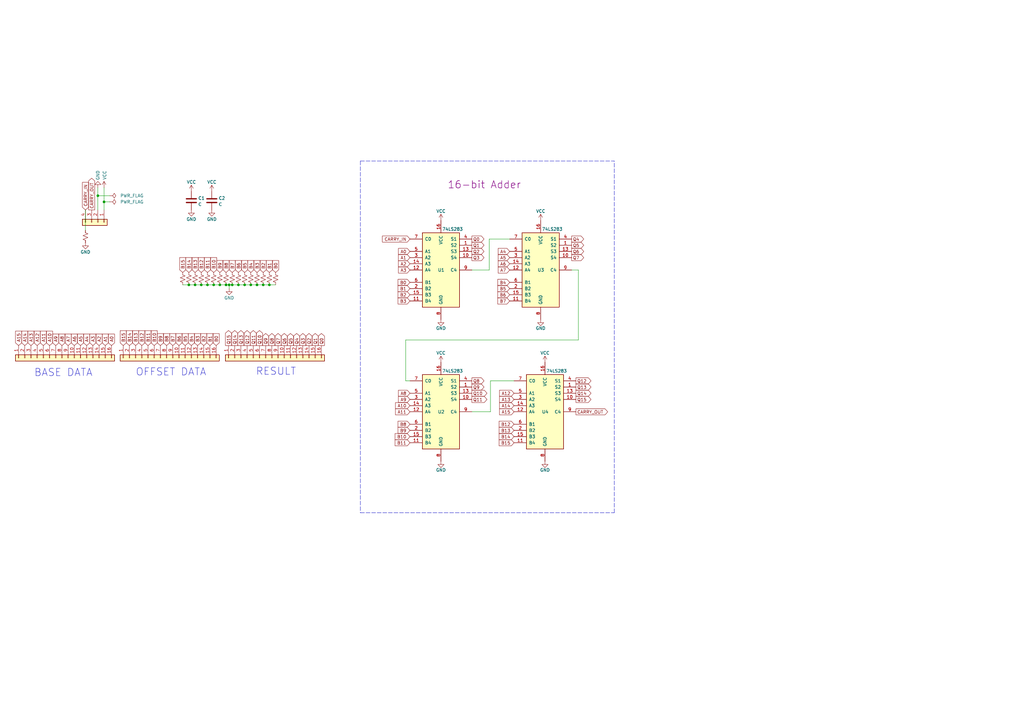
<source format=kicad_sch>
(kicad_sch (version 20211123) (generator eeschema)
  (paper "A3")
  (lib_symbols
    (symbol "74xx:74LS283" (pin_names (offset 1.016))
      (property "Reference" "U" (at -7.62 16.51 0))
      (property "Value" "74LS283" (at -7.62 -16.51 0))
      (symbol "74LS283_1_0"
        (pin output line (at 12.7 10.16 180) (length 5.08) (name "S2") (number "1"))
        (pin output line (at 12.7 5.08 180) (length 5.08) (name "S4") (number "10"))
        (pin input line (at -12.7 -12.7 0) (length 5.08) (name "B4") (number "11"))
        (pin input line (at -12.7 0 0) (length 5.08) (name "A4") (number "12"))
        (pin output line (at 12.7 7.62 180) (length 5.08) (name "S3") (number "13"))
        (pin input line (at -12.7 2.54 0) (length 5.08) (name "A3") (number "14"))
        (pin input line (at -12.7 -10.16 0) (length 5.08) (name "B3") (number "15"))
        (pin power_in line (at 0 20.32 270) (length 5.08) (name "VCC") (number "16"))
        (pin input line (at -12.7 -7.62 0) (length 5.08) (name "B2") (number "2"))
        (pin input line (at -12.7 5.08 0) (length 5.08) (name "A2") (number "3"))
        (pin output line (at 12.7 12.7 180) (length 5.08) (name "S1") (number "4"))
        (pin input line (at -12.7 7.62 0) (length 5.08) (name "A1") (number "5"))
        (pin input line (at -12.7 -5.08 0) (length 5.08) (name "B1") (number "6"))
        (pin input line (at -12.7 12.7 0) (length 5.08) (name "C0") (number "7"))
        (pin power_in line (at 0 -20.32 90) (length 5.08) (name "GND") (number "8"))
        (pin output line (at 12.7 0 180) (length 5.08) (name "C4") (number "9"))
      )
      (symbol "74LS283_1_1"
        (rectangle (start -7.62 15.24) (end 7.62 -15.24) (stroke (width 0.254)) (fill (type background)))
      )
    )
    (symbol "Connector_Generic:Conn_01x04" (pin_names (offset 1.016) hide)
      (property "Reference" "J" (at 0 5.08 0))
      (property "Value" "Conn_01x04" (at 0 -7.62 0))
      (symbol "Conn_01x04_1_1"
        (rectangle (start -1.27 -4.953) (end 0 -5.207) (stroke (width 0.1524)))
        (rectangle (start -1.27 -2.413) (end 0 -2.667) (stroke (width 0.1524)))
        (rectangle (start -1.27 0.127) (end 0 -0.127) (stroke (width 0.1524)))
        (rectangle (start -1.27 2.667) (end 0 2.413) (stroke (width 0.1524)))
        (rectangle (start -1.27 3.81) (end 1.27 -6.35) (stroke (width 0.254)) (fill (type background)))
        (pin passive line (at -5.08 2.54 0) (length 3.81) (name "Pin_1") (number "1"))
        (pin passive line (at -5.08 0 0) (length 3.81) (name "Pin_2") (number "2"))
        (pin passive line (at -5.08 -2.54 0) (length 3.81) (name "Pin_3") (number "3"))
        (pin passive line (at -5.08 -5.08 0) (length 3.81) (name "Pin_4") (number "4"))
      )
    )
    (symbol "Connector_Generic:Conn_01x16" (pin_names (offset 1.016) hide)
      (property "Reference" "J" (at 0 20.32 0))
      (property "Value" "Conn_01x16" (at 0 -22.86 0))
      (symbol "Conn_01x16_1_1"
        (rectangle (start -1.27 -20.193) (end 0 -20.447) (stroke (width 0.1524)))
        (rectangle (start -1.27 -17.653) (end 0 -17.907) (stroke (width 0.1524)))
        (rectangle (start -1.27 -15.113) (end 0 -15.367) (stroke (width 0.1524)))
        (rectangle (start -1.27 -12.573) (end 0 -12.827) (stroke (width 0.1524)))
        (rectangle (start -1.27 -10.033) (end 0 -10.287) (stroke (width 0.1524)))
        (rectangle (start -1.27 -7.493) (end 0 -7.747) (stroke (width 0.1524)))
        (rectangle (start -1.27 -4.953) (end 0 -5.207) (stroke (width 0.1524)))
        (rectangle (start -1.27 -2.413) (end 0 -2.667) (stroke (width 0.1524)))
        (rectangle (start -1.27 0.127) (end 0 -0.127) (stroke (width 0.1524)))
        (rectangle (start -1.27 2.667) (end 0 2.413) (stroke (width 0.1524)))
        (rectangle (start -1.27 5.207) (end 0 4.953) (stroke (width 0.1524)))
        (rectangle (start -1.27 7.747) (end 0 7.493) (stroke (width 0.1524)))
        (rectangle (start -1.27 10.287) (end 0 10.033) (stroke (width 0.1524)))
        (rectangle (start -1.27 12.827) (end 0 12.573) (stroke (width 0.1524)))
        (rectangle (start -1.27 15.367) (end 0 15.113) (stroke (width 0.1524)))
        (rectangle (start -1.27 17.907) (end 0 17.653) (stroke (width 0.1524)))
        (rectangle (start -1.27 19.05) (end 1.27 -21.59) (stroke (width 0.254)) (fill (type background)))
        (pin passive line (at -5.08 17.78 0) (length 3.81) (name "Pin_1") (number "1"))
        (pin passive line (at -5.08 -5.08 0) (length 3.81) (name "Pin_10") (number "10"))
        (pin passive line (at -5.08 -7.62 0) (length 3.81) (name "Pin_11") (number "11"))
        (pin passive line (at -5.08 -10.16 0) (length 3.81) (name "Pin_12") (number "12"))
        (pin passive line (at -5.08 -12.7 0) (length 3.81) (name "Pin_13") (number "13"))
        (pin passive line (at -5.08 -15.24 0) (length 3.81) (name "Pin_14") (number "14"))
        (pin passive line (at -5.08 -17.78 0) (length 3.81) (name "Pin_15") (number "15"))
        (pin passive line (at -5.08 -20.32 0) (length 3.81) (name "Pin_16") (number "16"))
        (pin passive line (at -5.08 15.24 0) (length 3.81) (name "Pin_2") (number "2"))
        (pin passive line (at -5.08 12.7 0) (length 3.81) (name "Pin_3") (number "3"))
        (pin passive line (at -5.08 10.16 0) (length 3.81) (name "Pin_4") (number "4"))
        (pin passive line (at -5.08 7.62 0) (length 3.81) (name "Pin_5") (number "5"))
        (pin passive line (at -5.08 5.08 0) (length 3.81) (name "Pin_6") (number "6"))
        (pin passive line (at -5.08 2.54 0) (length 3.81) (name "Pin_7") (number "7"))
        (pin passive line (at -5.08 0 0) (length 3.81) (name "Pin_8") (number "8"))
        (pin passive line (at -5.08 -2.54 0) (length 3.81) (name "Pin_9") (number "9"))
      )
    )
    (symbol "Device:C" (pin_numbers hide) (pin_names (offset 0.254))
      (property "Reference" "C" (at 0.635 2.54 0))
      (property "Value" "C" (at 0.635 -2.54 0))
      (symbol "C_0_1"
        (polyline (pts (xy -2.032 -0.762) (xy 2.032 -0.762)) (stroke (width 0.508)))
        (polyline (pts (xy -2.032 0.762) (xy 2.032 0.762)) (stroke (width 0.508)))
      )
      (symbol "C_1_1"
        (pin passive line (at 0 3.81 270) (length 2.794) (name "~") (number "1"))
        (pin passive line (at 0 -3.81 90) (length 2.794) (name "~") (number "2"))
      )
    )
    (symbol "Device:R_Small_US" (pin_numbers hide) (pin_names (offset 0.254) hide)
      (property "Reference" "R" (at 0.762 0.508 0))
      (property "Value" "R_Small_US" (at 0.762 -1.016 0))
      (symbol "R_Small_US_1_1"
        (polyline (pts (xy 0 0) (xy 1.016 -0.381) (xy 0 -0.762) (xy -1.016 -1.143) (xy 0 -1.524)))
        (polyline (pts (xy 0 1.524) (xy 1.016 1.143) (xy 0 0.762) (xy -1.016 0.381) (xy 0 0)))
        (pin passive line (at 0 2.54 270) (length 1.016) (name "~") (number "1"))
        (pin passive line (at 0 -2.54 90) (length 1.016) (name "~") (number "2"))
      )
    )
    (symbol "power:GND" (power) (pin_names (offset 0))
      (property "Value" "GND" (at 0 -3.81 0))
      (symbol "GND_0_1"
        (polyline (pts (xy 0 0) (xy 0 -1.27) (xy 1.27 -1.27) (xy 0 -2.54) (xy -1.27 -1.27) (xy 0 -1.27)))
      )
      (symbol "GND_1_1"
        (pin power_in line (at 0 0 270) (length 0) hide (name "GND") (number "1"))
      )
    )
    (symbol "power:PWR_FLAG" (power) (pin_numbers hide) (pin_names (offset 0) hide)
      (property "Value" "PWR_FLAG" (at 0 3.81 0))
      (symbol "PWR_FLAG_0_0"
        (pin power_out line (at 0 0 90) (length 0) (name "pwr") (number "1"))
      )
      (symbol "PWR_FLAG_0_1"
        (polyline (pts (xy 0 0) (xy 0 1.27) (xy -1.016 1.905) (xy 0 2.54) (xy 1.016 1.905) (xy 0 1.27)))
      )
    )
    (symbol "power:VCC" (power) (pin_names (offset 0))
      (property "Value" "VCC" (at 0 3.81 0))
      (symbol "VCC_0_1"
        (polyline (pts (xy -0.762 1.27) (xy 0 2.54)))
        (polyline (pts (xy 0 0) (xy 0 2.54)))
        (polyline (pts (xy 0 2.54) (xy 0.762 1.27)))
      )
      (symbol "VCC_1_1"
        (pin power_in line (at 0 0 90) (length 0) hide (name "VCC") (number "1"))
      )
    )
  )
  (junction (at 42.672 82.804))
  (junction (at 107.95 116.84))
  (junction (at 92.71 116.84))
  (junction (at 40.132 80.264))
  (junction (at 110.49 116.84))
  (junction (at 102.87 116.84))
  (junction (at 85.09 116.84))
  (junction (at 93.98 116.84))
  (junction (at 87.63 116.84))
  (junction (at 90.17 116.84))
  (junction (at 82.55 116.84))
  (junction (at 100.33 116.84))
  (junction (at 80.01 116.84))
  (junction (at 97.79 116.84))
  (junction (at 77.47 116.84))
  (junction (at 105.41 116.84))
  (junction (at 95.25 116.84))
  (wire (pts (xy 77.47 116.84) (xy 80.01 116.84)))
  (wire (pts (xy 80.01 116.84) (xy 82.55 116.84)))
  (polyline (pts (xy 147.828 210.312) (xy 251.968 210.312)))
  (wire (pts (xy 100.33 116.84) (xy 102.87 116.84)))
  (wire (pts (xy 92.71 116.84) (xy 93.98 116.84)))
  (wire (pts (xy 200.66 98.044) (xy 209.042 98.044)))
  (polyline (pts (xy 251.968 210.312) (xy 251.968 66.04)))
  (wire (pts (xy 95.25 116.84) (xy 97.79 116.84)))
  (wire (pts (xy 193.548 110.744) (xy 200.66 110.744)))
  (wire (pts (xy 44.958 80.264) (xy 40.132 80.264)))
  (wire (pts (xy 74.93 116.84) (xy 77.47 116.84)))
  (wire (pts (xy 40.132 80.264) (xy 40.132 76.962)))
  (wire (pts (xy 85.09 116.84) (xy 87.63 116.84)))
  (wire (pts (xy 93.98 116.84) (xy 93.98 118.364)))
  (wire (pts (xy 40.132 86.106) (xy 40.132 80.264)))
  (wire (pts (xy 93.98 116.84) (xy 95.25 116.84)))
  (wire (pts (xy 90.17 116.84) (xy 92.71 116.84)))
  (wire (pts (xy 44.958 82.804) (xy 42.672 82.804)))
  (wire (pts (xy 102.87 116.84) (xy 105.41 116.84)))
  (wire (pts (xy 200.66 98.044) (xy 200.66 110.744)))
  (wire (pts (xy 42.672 82.804) (xy 42.672 86.106)))
  (wire (pts (xy 107.95 116.84) (xy 110.49 116.84)))
  (wire (pts (xy 201.168 168.91) (xy 201.168 156.21)))
  (polyline (pts (xy 147.828 66.04) (xy 147.828 210.312)))
  (wire (pts (xy 97.79 116.84) (xy 100.33 116.84)))
  (wire (pts (xy 166.37 156.21) (xy 168.148 156.21)))
  (wire (pts (xy 166.37 139.446) (xy 237.236 139.446)))
  (wire (pts (xy 87.63 116.84) (xy 90.17 116.84)))
  (wire (pts (xy 35.052 86.106) (xy 35.052 94.488)))
  (wire (pts (xy 166.37 139.446) (xy 166.37 156.21)))
  (wire (pts (xy 201.168 156.21) (xy 210.82 156.21)))
  (wire (pts (xy 42.672 76.962) (xy 42.672 82.804)))
  (wire (pts (xy 237.236 110.744) (xy 237.236 139.446)))
  (wire (pts (xy 105.41 116.84) (xy 107.95 116.84)))
  (wire (pts (xy 110.49 116.84) (xy 113.03 116.84)))
  (wire (pts (xy 193.548 168.91) (xy 201.168 168.91)))
  (polyline (pts (xy 147.828 66.04) (xy 251.968 66.04)))
  (wire (pts (xy 82.55 116.84) (xy 85.09 116.84)))
  (wire (pts (xy 234.442 110.744) (xy 237.236 110.744)))
  (text "BASE DATA" (at 13.97 154.686 0) (effects (font (size 3 3)) (justify left bottom)))
  (text "RESULT" (at 104.902 154.178 0) (effects (font (size 3 3)) (justify left bottom)))
  (text "OFFSET DATA" (at 55.626 154.432 0) (effects (font (size 3 3)) (justify left bottom)))
  (global_label "B3" (shape input) (at 105.41 111.76 90) (property "Intersheet References" "${INTERSHEET_REFS}" (effects hide)))
  (global_label "Q15" (shape output) (at 93.726 141.732 90) (property "Intersheet References" "${INTERSHEET_REFS}" (effects hide)))
  (global_label "A13" (shape input) (at 12.7 141.732 90) (property "Intersheet References" "${INTERSHEET_REFS}" (effects hide)))
  (global_label "B2" (shape input) (at 83.566 141.732 90) (property "Intersheet References" "${INTERSHEET_REFS}" (effects hide)))
  (global_label "Q11" (shape output) (at 193.548 163.83 0) (property "Intersheet References" "${INTERSHEET_REFS}" (effects hide)))
  (global_label "B13" (shape input) (at 80.01 111.76 90) (property "Intersheet References" "${INTERSHEET_REFS}" (effects hide)))
  (global_label "B12" (shape input) (at 82.55 111.76 90) (property "Intersheet References" "${INTERSHEET_REFS}" (effects hide)))
  (global_label "A7" (shape input) (at 209.042 110.744 180) (property "Intersheet References" "${INTERSHEET_REFS}" (effects hide)))
  (global_label "B9" (shape input) (at 90.17 111.76 90) (property "Intersheet References" "${INTERSHEET_REFS}" (effects hide)))
  (global_label "B0" (shape input) (at 113.03 111.76 90) (property "Intersheet References" "${INTERSHEET_REFS}" (effects hide)))
  (global_label "B15" (shape input) (at 50.546 141.732 90) (property "Intersheet References" "${INTERSHEET_REFS}" (effects hide)))
  (global_label "A15" (shape input) (at 210.82 168.91 180) (property "Intersheet References" "${INTERSHEET_REFS}" (effects hide)))
  (global_label "Q10" (shape output) (at 106.426 141.732 90) (property "Intersheet References" "${INTERSHEET_REFS}" (effects hide)))
  (global_label "A11" (shape input) (at 17.78 141.732 90) (property "Intersheet References" "${INTERSHEET_REFS}" (effects hide)))
  (global_label "A12" (shape input) (at 210.82 161.29 180) (property "Intersheet References" "${INTERSHEET_REFS}" (effects hide)))
  (global_label "B2" (shape input) (at 107.95 111.76 90) (property "Intersheet References" "${INTERSHEET_REFS}" (effects hide)))
  (global_label "Q11" (shape output) (at 103.886 141.732 90) (property "Intersheet References" "${INTERSHEET_REFS}" (effects hide)))
  (global_label "B12" (shape input) (at 58.166 141.732 90) (property "Intersheet References" "${INTERSHEET_REFS}" (effects hide)))
  (global_label "A0" (shape input) (at 45.72 141.732 90) (property "Intersheet References" "${INTERSHEET_REFS}" (effects hide)))
  (global_label "Q2" (shape output) (at 193.548 103.124 0) (property "Intersheet References" "${INTERSHEET_REFS}" (effects hide)))
  (global_label "B14" (shape input) (at 53.086 141.732 90) (property "Intersheet References" "${INTERSHEET_REFS}" (effects hide)))
  (global_label "Q6" (shape output) (at 234.442 103.124 0) (property "Intersheet References" "${INTERSHEET_REFS}" (effects hide)))
  (global_label "B15" (shape input) (at 74.93 111.76 90) (property "Intersheet References" "${INTERSHEET_REFS}" (effects hide)))
  (global_label "A2" (shape input) (at 168.148 108.204 180) (property "Intersheet References" "${INTERSHEET_REFS}" (effects hide)))
  (global_label "A8" (shape input) (at 168.148 161.29 180) (property "Intersheet References" "${INTERSHEET_REFS}" (effects hide)))
  (global_label "B7" (shape input) (at 70.866 141.732 90) (property "Intersheet References" "${INTERSHEET_REFS}" (effects hide)))
  (global_label "B1" (shape input) (at 110.49 111.76 90) (property "Intersheet References" "${INTERSHEET_REFS}" (effects hide)))
  (global_label "Q10" (shape output) (at 193.548 161.29 0) (property "Intersheet References" "${INTERSHEET_REFS}" (effects hide)))
  (global_label "A4" (shape input) (at 209.042 103.124 180) (property "Intersheet References" "${INTERSHEET_REFS}" (effects hide)))
  (global_label "A11" (shape input) (at 168.148 168.91 180) (property "Intersheet References" "${INTERSHEET_REFS}" (effects hide)))
  (global_label "Q8" (shape output) (at 111.506 141.732 90) (property "Intersheet References" "${INTERSHEET_REFS}" (effects hide)))
  (global_label "B8" (shape input) (at 68.326 141.732 90) (property "Intersheet References" "${INTERSHEET_REFS}" (effects hide)))
  (global_label "B7" (shape input) (at 209.042 123.444 180) (property "Intersheet References" "${INTERSHEET_REFS}" (effects hide)))
  (global_label "B5" (shape input) (at 209.042 118.364 180) (property "Intersheet References" "${INTERSHEET_REFS}" (effects hide)))
  (global_label "A1" (shape input) (at 43.18 141.732 90) (property "Intersheet References" "${INTERSHEET_REFS}" (effects hide)))
  (global_label "CARRY_OUT" (shape output) (at 236.22 168.91 0) (property "Intersheet References" "${INTERSHEET_REFS}" (effects hide)))
  (global_label "Q15" (shape output) (at 236.22 163.83 0) (property "Intersheet References" "${INTERSHEET_REFS}" (effects hide)))
  (global_label "B13" (shape input) (at 210.82 176.53 180) (property "Intersheet References" "${INTERSHEET_REFS}" (effects hide)))
  (global_label "A2" (shape input) (at 40.64 141.732 90) (property "Intersheet References" "${INTERSHEET_REFS}" (effects hide)))
  (global_label "B4" (shape input) (at 209.042 115.824 180) (property "Intersheet References" "${INTERSHEET_REFS}" (effects hide)))
  (global_label "B4" (shape input) (at 102.87 111.76 90) (property "Intersheet References" "${INTERSHEET_REFS}" (effects hide)))
  (global_label "A14" (shape input) (at 10.16 141.732 90) (property "Intersheet References" "${INTERSHEET_REFS}" (effects hide)))
  (global_label "A9" (shape input) (at 168.148 163.83 180) (property "Intersheet References" "${INTERSHEET_REFS}" (effects hide)))
  (global_label "Q4" (shape output) (at 121.666 141.732 90) (property "Intersheet References" "${INTERSHEET_REFS}" (effects hide)))
  (global_label "Q3" (shape output) (at 193.548 105.664 0) (property "Intersheet References" "${INTERSHEET_REFS}" (effects hide)))
  (global_label "B13" (shape input) (at 55.626 141.732 90) (property "Intersheet References" "${INTERSHEET_REFS}" (effects hide)))
  (global_label "Q2" (shape output) (at 126.746 141.732 90) (property "Intersheet References" "${INTERSHEET_REFS}" (effects hide)))
  (global_label "Q8" (shape output) (at 193.548 156.21 0) (property "Intersheet References" "${INTERSHEET_REFS}" (effects hide)))
  (global_label "B5" (shape input) (at 100.33 111.76 90) (property "Intersheet References" "${INTERSHEET_REFS}" (effects hide)))
  (global_label "A9" (shape input) (at 22.86 141.732 90) (property "Intersheet References" "${INTERSHEET_REFS}" (effects hide)))
  (global_label "A10" (shape input) (at 168.148 166.37 180) (property "Intersheet References" "${INTERSHEET_REFS}" (effects hide)))
  (global_label "A5" (shape input) (at 209.042 105.664 180) (property "Intersheet References" "${INTERSHEET_REFS}" (effects hide)))
  (global_label "A10" (shape input) (at 20.32 141.732 90) (property "Intersheet References" "${INTERSHEET_REFS}" (effects hide)))
  (global_label "B6" (shape input) (at 209.042 120.904 180) (property "Intersheet References" "${INTERSHEET_REFS}" (effects hide)))
  (global_label "Q1" (shape output) (at 129.286 141.732 90) (property "Intersheet References" "${INTERSHEET_REFS}" (effects hide)))
  (global_label "Q0" (shape output) (at 193.548 98.044 0) (property "Intersheet References" "${INTERSHEET_REFS}" (effects hide)))
  (global_label "Q5" (shape output) (at 234.442 100.584 0) (property "Intersheet References" "${INTERSHEET_REFS}" (effects hide)))
  (global_label "Q14" (shape output) (at 96.266 141.732 90) (property "Intersheet References" "${INTERSHEET_REFS}" (effects hide)))
  (global_label "A8" (shape input) (at 25.4 141.732 90) (property "Intersheet References" "${INTERSHEET_REFS}" (effects hide)))
  (global_label "Q13" (shape output) (at 98.806 141.732 90) (property "Intersheet References" "${INTERSHEET_REFS}" (effects hide)))
  (global_label "A12" (shape input) (at 15.24 141.732 90) (property "Intersheet References" "${INTERSHEET_REFS}" (effects hide)))
  (global_label "B9" (shape input) (at 168.148 176.53 180) (property "Intersheet References" "${INTERSHEET_REFS}" (effects hide)))
  (global_label "Q3" (shape output) (at 124.206 141.732 90) (property "Intersheet References" "${INTERSHEET_REFS}" (effects hide)))
  (global_label "B6" (shape input) (at 97.79 111.76 90) (property "Intersheet References" "${INTERSHEET_REFS}" (effects hide)))
  (global_label "B9" (shape input) (at 65.786 141.732 90) (property "Intersheet References" "${INTERSHEET_REFS}" (effects hide)))
  (global_label "A14" (shape input) (at 210.82 166.37 180) (property "Intersheet References" "${INTERSHEET_REFS}" (effects hide)))
  (global_label "Q0" (shape output) (at 131.826 141.732 90) (property "Intersheet References" "${INTERSHEET_REFS}" (effects hide)))
  (global_label "A3" (shape input) (at 38.1 141.732 90) (property "Intersheet References" "${INTERSHEET_REFS}" (effects hide)))
  (global_label "B0" (shape input) (at 88.646 141.732 90) (property "Intersheet References" "${INTERSHEET_REFS}" (effects hide)))
  (global_label "A6" (shape input) (at 209.042 108.204 180) (property "Intersheet References" "${INTERSHEET_REFS}" (effects hide)))
  (global_label "B11" (shape input) (at 60.706 141.732 90) (property "Intersheet References" "${INTERSHEET_REFS}" (effects hide)))
  (global_label "CARRY_OUT" (shape output) (at 37.592 86.106 90) (property "Intersheet References" "${INTERSHEET_REFS}" (effects hide)))
  (global_label "A3" (shape input) (at 168.148 110.744 180) (property "Intersheet References" "${INTERSHEET_REFS}" (effects hide)))
  (global_label "Q9" (shape output) (at 193.548 158.75 0) (property "Intersheet References" "${INTERSHEET_REFS}" (effects hide)))
  (global_label "B8" (shape input) (at 168.148 173.99 180) (property "Intersheet References" "${INTERSHEET_REFS}" (effects hide)))
  (global_label "B4" (shape input) (at 78.486 141.732 90) (property "Intersheet References" "${INTERSHEET_REFS}" (effects hide)))
  (global_label "CARRY_IN" (shape input) (at 168.148 98.044 180) (property "Intersheet References" "${INTERSHEET_REFS}" (effects hide)))
  (global_label "Q7" (shape output) (at 234.442 105.664 0) (property "Intersheet References" "${INTERSHEET_REFS}" (effects hide)))
  (global_label "B14" (shape input) (at 210.82 179.07 180) (property "Intersheet References" "${INTERSHEET_REFS}" (effects hide)))
  (global_label "A5" (shape input) (at 33.02 141.732 90) (property "Intersheet References" "${INTERSHEET_REFS}" (effects hide)))
  (global_label "B10" (shape input) (at 87.63 111.76 90) (property "Intersheet References" "${INTERSHEET_REFS}" (effects hide)))
  (global_label "CARRY_IN" (shape input) (at 35.052 86.106 90) (property "Intersheet References" "${INTERSHEET_REFS}" (effects hide)))
  (global_label "B6" (shape input) (at 73.406 141.732 90) (property "Intersheet References" "${INTERSHEET_REFS}" (effects hide)))
  (global_label "B3" (shape input) (at 168.148 123.444 180) (property "Intersheet References" "${INTERSHEET_REFS}" (effects hide)))
  (global_label "A13" (shape input) (at 210.82 163.83 180) (property "Intersheet References" "${INTERSHEET_REFS}" (effects hide)))
  (global_label "B0" (shape input) (at 168.148 115.824 180) (property "Intersheet References" "${INTERSHEET_REFS}" (effects hide)))
  (global_label "B12" (shape input) (at 210.82 173.99 180) (property "Intersheet References" "${INTERSHEET_REFS}" (effects hide)))
  (global_label "B7" (shape input) (at 95.25 111.76 90) (property "Intersheet References" "${INTERSHEET_REFS}" (effects hide)))
  (global_label "Q12" (shape output) (at 101.346 141.732 90) (property "Intersheet References" "${INTERSHEET_REFS}" (effects hide)))
  (global_label "B14" (shape input) (at 77.47 111.76 90) (property "Intersheet References" "${INTERSHEET_REFS}" (effects hide)))
  (global_label "Q1" (shape output) (at 193.548 100.584 0) (property "Intersheet References" "${INTERSHEET_REFS}" (effects hide)))
  (global_label "Q7" (shape output) (at 114.046 141.732 90) (property "Intersheet References" "${INTERSHEET_REFS}" (effects hide)))
  (global_label "Q13" (shape output) (at 236.22 158.75 0) (property "Intersheet References" "${INTERSHEET_REFS}" (effects hide)))
  (global_label "B11" (shape input) (at 85.09 111.76 90) (property "Intersheet References" "${INTERSHEET_REFS}" (effects hide)))
  (global_label "B10" (shape input) (at 168.148 179.07 180) (property "Intersheet References" "${INTERSHEET_REFS}" (effects hide)))
  (global_label "A4" (shape input) (at 35.56 141.732 90) (property "Intersheet References" "${INTERSHEET_REFS}" (effects hide)))
  (global_label "A15" (shape input) (at 7.62 141.732 90) (property "Intersheet References" "${INTERSHEET_REFS}" (effects hide)))
  (global_label "Q6" (shape output) (at 116.586 141.732 90) (property "Intersheet References" "${INTERSHEET_REFS}" (effects hide)))
  (global_label "A7" (shape input) (at 27.94 141.732 90) (property "Intersheet References" "${INTERSHEET_REFS}" (effects hide)))
  (global_label "Q9" (shape output) (at 108.966 141.732 90) (property "Intersheet References" "${INTERSHEET_REFS}" (effects hide)))
  (global_label "A0" (shape input) (at 168.148 103.124 180) (property "Intersheet References" "${INTERSHEET_REFS}" (effects hide)))
  (global_label "B15" (shape input) (at 210.82 181.61 180) (property "Intersheet References" "${INTERSHEET_REFS}" (effects hide)))
  (global_label "B3" (shape input) (at 81.026 141.732 90) (property "Intersheet References" "${INTERSHEET_REFS}" (effects hide)))
  (global_label "B10" (shape input) (at 63.246 141.732 90) (property "Intersheet References" "${INTERSHEET_REFS}" (effects hide)))
  (global_label "B1" (shape input) (at 86.106 141.732 90) (property "Intersheet References" "${INTERSHEET_REFS}" (effects hide)))
  (global_label "B2" (shape input) (at 168.148 120.904 180) (property "Intersheet References" "${INTERSHEET_REFS}" (effects hide)))
  (global_label "A1" (shape input) (at 168.148 105.664 180) (property "Intersheet References" "${INTERSHEET_REFS}" (effects hide)))
  (global_label "Q12" (shape output) (at 236.22 156.21 0) (property "Intersheet References" "${INTERSHEET_REFS}" (effects hide)))
  (global_label "B5" (shape input) (at 75.946 141.732 90) (property "Intersheet References" "${INTERSHEET_REFS}" (effects hide)))
  (global_label "Q14" (shape output) (at 236.22 161.29 0) (property "Intersheet References" "${INTERSHEET_REFS}" (effects hide)))
  (global_label "A6" (shape input) (at 30.48 141.732 90) (property "Intersheet References" "${INTERSHEET_REFS}" (effects hide)))
  (global_label "Q4" (shape output) (at 234.442 98.044 0) (property "Intersheet References" "${INTERSHEET_REFS}" (effects hide)))
  (global_label "B8" (shape input) (at 92.71 111.76 90) (property "Intersheet References" "${INTERSHEET_REFS}" (effects hide)))
  (global_label "Q5" (shape output) (at 119.126 141.732 90) (property "Intersheet References" "${INTERSHEET_REFS}" (effects hide)))
  (global_label "B11" (shape input) (at 168.148 181.61 180) (property "Intersheet References" "${INTERSHEET_REFS}" (effects hide)))
  (global_label "B1" (shape input) (at 168.148 118.364 180) (property "Intersheet References" "${INTERSHEET_REFS}" (effects hide)))
  (symbol (lib_id "power:GND") (at 223.52 189.23 0) (mirror y) (unit 1)
    (property "Reference" "#PWR018" (effects hide))
    (property "Value" "GND" (at 223.52 192.786 0))
  )
  (symbol (lib_id "power:VCC") (at 221.742 90.424 0) (unit 1)
    (property "Reference" "#PWR015" (effects hide))
    (property "Value" "VCC" (at 221.742 86.614 0))
  )
  (symbol (lib_id "power:VCC") (at 223.52 148.59 0) (unit 1)
    (property "Reference" "#PWR017" (effects hide))
    (property "Value" "VCC" (at 223.52 144.78 0))
  )
  (symbol (lib_id "power:GND") (at 78.486 86.106 0) (unit 1)
    (property "Reference" "#PWR06" (effects hide))
    (property "Value" "GND" (at 78.486 89.916 0))
  )
  (symbol (lib_id "power:GND") (at 35.052 99.568 0) (unit 1)
    (property "Reference" "#PWR01" (effects hide))
    (property "Value" "GND" (at 35.052 103.378 0))
  )
  (symbol (lib_id "Device:R_Small_US") (at 82.55 114.3 0) (unit 1)
    (property "Reference" "R5" (effects hide))
    (property "Value" "R_Small_US" (effects hide))
    (property "Footprint" "Resistor_SMD:R_0805_2012Metric" (effects hide))
  )
  (symbol (lib_id "Device:R_Small_US") (at 87.63 114.3 0) (unit 1)
    (property "Reference" "R7" (effects hide))
    (property "Value" "R_Small_US" (effects hide))
    (property "Footprint" "Resistor_SMD:R_0805_2012Metric" (effects hide))
  )
  (symbol (lib_id "Device:R_Small_US") (at 85.09 114.3 0) (unit 1)
    (property "Reference" "R6" (effects hide))
    (property "Value" "R_Small_US" (effects hide))
    (property "Footprint" "Resistor_SMD:R_0805_2012Metric" (effects hide))
  )
  (symbol (lib_id "Device:R_Small_US") (at 77.47 114.3 0) (unit 1)
    (property "Reference" "R2" (effects hide))
    (property "Value" "R_Small_US" (effects hide))
    (property "Footprint" "Resistor_SMD:R_0805_2012Metric" (effects hide))
  )
  (symbol (lib_id "power:GND") (at 40.132 76.962 180) (unit 1)
    (property "Reference" "#PWR02" (effects hide))
    (property "Value" "GND" (at 40.132 71.882 90))
  )
  (symbol (lib_id "74xx:74LS283") (at 180.848 110.744 0) (unit 1)
    (property "Reference" "U1" (at 179.578 110.744 0) (effects (justify left)))
    (property "Value" "74LS283" (at 181.356 93.98 0) (effects (justify left)))
    (property "Footprint" "Package_SO:SOIC-16_4.55x10.3mm_P1.27mm" (effects hide))
    (property "Datasheet" "http://www.ti.com/lit/gpn/sn74LS283" (effects hide))
    (property "Field4" "16-bit Adder" (at 198.628 75.692 0) (effects (font (size 3 3))))
  )
  (symbol (lib_id "power:VCC") (at 86.868 78.486 0) (unit 1)
    (property "Reference" "#PWR07" (effects hide))
    (property "Value" "VCC" (at 86.868 74.676 0))
  )
  (symbol (lib_id "Device:R_Small_US") (at 100.33 114.3 0) (unit 1)
    (property "Reference" "R12" (effects hide))
    (property "Value" "R_Small_US" (effects hide))
    (property "Footprint" "Resistor_SMD:R_0805_2012Metric" (effects hide))
  )
  (symbol (lib_id "Device:R_Small_US") (at 90.17 114.3 0) (unit 1)
    (property "Reference" "R8" (effects hide))
    (property "Value" "R_Small_US" (effects hide))
    (property "Footprint" "Resistor_SMD:R_0805_2012Metric" (effects hide))
  )
  (symbol (lib_id "Device:R_Small_US") (at 107.95 114.3 0) (unit 1)
    (property "Reference" "R15" (effects hide))
    (property "Value" "R_Small_US" (effects hide))
    (property "Footprint" "Resistor_SMD:R_0805_2012Metric" (effects hide))
  )
  (symbol (lib_id "Connector_Generic:Conn_01x16") (at 25.4 146.812 90) (mirror x) (unit 1)
    (property "Reference" "J2" (effects hide))
    (property "Value" "Conn_01x16" (effects hide))
    (property "Footprint" "Connector_PinHeader_2.54mm:PinHeader_1x16_P2.54mm_Vertical" (effects hide))
    (property "Field4" "Register Value" (effects hide))
  )
  (symbol (lib_id "power:GND") (at 221.742 131.064 0) (mirror y) (unit 1)
    (property "Reference" "#PWR016" (effects hide))
    (property "Value" "GND" (at 221.742 134.62 0))
  )
  (symbol (lib_id "74xx:74LS283") (at 180.848 168.91 0) (unit 1)
    (property "Reference" "U2" (at 179.578 168.91 0) (effects (justify left)))
    (property "Value" "74LS283" (at 181.356 152.146 0) (effects (justify left)))
    (property "Footprint" "Package_SO:SOIC-16_4.55x10.3mm_P1.27mm" (effects hide))
    (property "Datasheet" "http://www.ti.com/lit/gpn/sn74LS283" (effects hide))
  )
  (symbol (lib_id "Device:R_Small_US") (at 105.41 114.3 0) (unit 1)
    (property "Reference" "R14" (effects hide))
    (property "Value" "R_Small_US" (effects hide))
    (property "Footprint" "Resistor_SMD:R_0805_2012Metric" (effects hide))
  )
  (symbol (lib_id "power:GND") (at 86.868 86.106 0) (unit 1)
    (property "Reference" "#PWR08" (effects hide))
    (property "Value" "GND" (at 86.868 89.916 0))
  )
  (symbol (lib_id "Device:C") (at 78.486 82.296 0) (unit 1)
    (property "Reference" "C1" (at 81.28 81.28 0) (effects (justify left)))
    (property "Value" "C" (at 81.28 83.82 0) (effects (justify left)))
    (property "Footprint" "Capacitor_SMD:C_0805_2012Metric" (effects hide))
  )
  (symbol (lib_id "power:GND") (at 93.98 118.364 0) (unit 1)
    (property "Reference" "#PWR04" (effects hide))
    (property "Value" "GND" (at 93.98 122.174 0))
  )
  (symbol (lib_id "power:VCC") (at 180.848 148.59 0) (unit 1)
    (property "Reference" "#PWR013" (effects hide))
    (property "Value" "VCC" (at 180.848 144.78 0))
  )
  (symbol (lib_id "Device:R_Small_US") (at 95.25 114.3 0) (unit 1)
    (property "Reference" "R10" (effects hide))
    (property "Value" "R_Small_US" (effects hide))
    (property "Footprint" "Resistor_SMD:R_0805_2012Metric" (effects hide))
  )
  (symbol (lib_id "74xx:74LS283") (at 221.742 110.744 0) (unit 1)
    (property "Reference" "U3" (at 220.472 110.744 0) (effects (justify left)))
    (property "Value" "74LS283" (at 222.25 93.98 0) (effects (justify left)))
    (property "Footprint" "Package_SO:SOIC-16_4.55x10.3mm_P1.27mm" (effects hide))
    (property "Datasheet" "http://www.ti.com/lit/gpn/sn74LS283" (effects hide))
  )
  (symbol (lib_id "Device:R_Small_US") (at 97.79 114.3 0) (unit 1)
    (property "Reference" "R11" (effects hide))
    (property "Value" "R_Small_US" (effects hide))
    (property "Footprint" "Resistor_SMD:R_0805_2012Metric" (effects hide))
  )
  (symbol (lib_id "power:VCC") (at 42.672 76.962 0) (unit 1)
    (property "Reference" "#PWR03" (effects hide))
    (property "Value" "VCC" (at 42.926 71.882 90))
  )
  (symbol (lib_id "Device:R_Small_US") (at 113.03 114.3 0) (unit 1)
    (property "Reference" "R17" (effects hide))
    (property "Value" "R_Small_US" (effects hide))
    (property "Footprint" "Resistor_SMD:R_0805_2012Metric" (effects hide))
  )
  (symbol (lib_id "power:GND") (at 180.848 131.064 0) (mirror y) (unit 1)
    (property "Reference" "#PWR012" (effects hide))
    (property "Value" "GND" (at 180.848 134.62 0))
  )
  (symbol (lib_id "Device:R_Small_US") (at 35.052 97.028 0) (unit 1)
    (property "Reference" "R3" (effects hide))
    (property "Value" "R_Small_US" (effects hide))
    (property "Footprint" "Resistor_SMD:R_0805_2012Metric" (effects hide))
  )
  (symbol (lib_id "Device:R_Small_US") (at 102.87 114.3 0) (unit 1)
    (property "Reference" "R13" (effects hide))
    (property "Value" "R_Small_US" (effects hide))
    (property "Footprint" "Resistor_SMD:R_0805_2012Metric" (effects hide))
  )
  (symbol (lib_id "Connector_Generic:Conn_01x16") (at 68.326 146.812 90) (mirror x) (unit 1)
    (property "Reference" "J4" (effects hide))
    (property "Value" "Conn_01x16" (effects hide))
    (property "Footprint" "Connector_PinHeader_2.54mm:PinHeader_1x16_P2.54mm_Vertical" (effects hide))
    (property "Field4" "Register Value" (effects hide))
  )
  (symbol (lib_id "Device:R_Small_US") (at 92.71 114.3 0) (unit 1)
    (property "Reference" "R9" (effects hide))
    (property "Value" "R_Small_US" (effects hide))
    (property "Footprint" "Resistor_SMD:R_0805_2012Metric" (effects hide))
  )
  (symbol (lib_id "power:PWR_FLAG") (at 44.958 82.804 270) (unit 1)
    (property "Reference" "#FLG02" (effects hide))
    (property "Value" "PWR_FLAG" (at 49.276 82.8041 90) (effects (justify left)))
  )
  (symbol (lib_id "power:GND") (at 180.848 189.23 0) (mirror y) (unit 1)
    (property "Reference" "#PWR014" (effects hide))
    (property "Value" "GND" (at 180.848 192.786 0))
  )
  (symbol (lib_id "power:VCC") (at 180.848 90.424 0) (unit 1)
    (property "Reference" "#PWR011" (effects hide))
    (property "Value" "VCC" (at 180.848 86.614 0))
  )
  (symbol (lib_id "74xx:74LS283") (at 223.52 168.91 0) (unit 1)
    (property "Reference" "U4" (at 222.25 168.91 0) (effects (justify left)))
    (property "Value" "74LS283" (at 224.028 152.146 0) (effects (justify left)))
    (property "Footprint" "Package_SO:SOIC-16_4.55x10.3mm_P1.27mm" (effects hide))
    (property "Datasheet" "http://www.ti.com/lit/gpn/sn74LS283" (effects hide))
  )
  (symbol (lib_id "power:PWR_FLAG") (at 44.958 80.264 270) (unit 1)
    (property "Reference" "#FLG01" (effects hide))
    (property "Value" "PWR_FLAG" (at 49.276 80.2641 90) (effects (justify left)))
  )
  (symbol (lib_id "Device:R_Small_US") (at 80.01 114.3 0) (unit 1)
    (property "Reference" "R4" (effects hide))
    (property "Value" "R_Small_US" (effects hide))
    (property "Footprint" "Resistor_SMD:R_0805_2012Metric" (effects hide))
  )
  (symbol (lib_id "Connector_Generic:Conn_01x16") (at 111.506 146.812 90) (mirror x) (unit 1)
    (property "Reference" "J3" (effects hide))
    (property "Value" "Conn_01x16" (effects hide))
    (property "Footprint" "Connector_PinHeader_2.54mm:PinHeader_1x16_P2.54mm_Vertical" (effects hide))
    (property "Field4" "Register Value" (effects hide))
    (property "Field5" "Result" (effects hide))
  )
  (symbol (lib_id "power:VCC") (at 78.486 78.486 0) (unit 1)
    (property "Reference" "#PWR05" (effects hide))
    (property "Value" "VCC" (at 78.486 74.676 0))
  )
  (symbol (lib_id "Device:R_Small_US") (at 74.93 114.3 0) (unit 1)
    (property "Reference" "R1" (effects hide))
    (property "Value" "R_Small_US" (effects hide))
    (property "Footprint" "Resistor_SMD:R_0805_2012Metric" (effects hide))
  )
  (symbol (lib_id "Device:C") (at 86.868 82.296 0) (unit 1)
    (property "Reference" "C2" (at 89.662 81.28 0) (effects (justify left)))
    (property "Value" "C" (at 89.662 83.82 0) (effects (justify left)))
    (property "Footprint" "Capacitor_SMD:C_0805_2012Metric" (effects hide))
  )
  (symbol (lib_id "Device:R_Small_US") (at 110.49 114.3 0) (unit 1)
    (property "Reference" "R16" (effects hide))
    (property "Value" "R_Small_US" (effects hide))
    (property "Footprint" "Resistor_SMD:R_0805_2012Metric" (effects hide))
  )
  (symbol (lib_id "Connector_Generic:Conn_01x04") (at 40.132 91.186 270) (unit 1)
    (property "Reference" "J1" (effects hide))
    (property "Value" "Conn_01x06" (effects hide))
    (property "Footprint" "Connector_PinHeader_2.54mm:PinHeader_1x04_P2.54mm_Vertical" (effects hide))
  )
)
</source>
